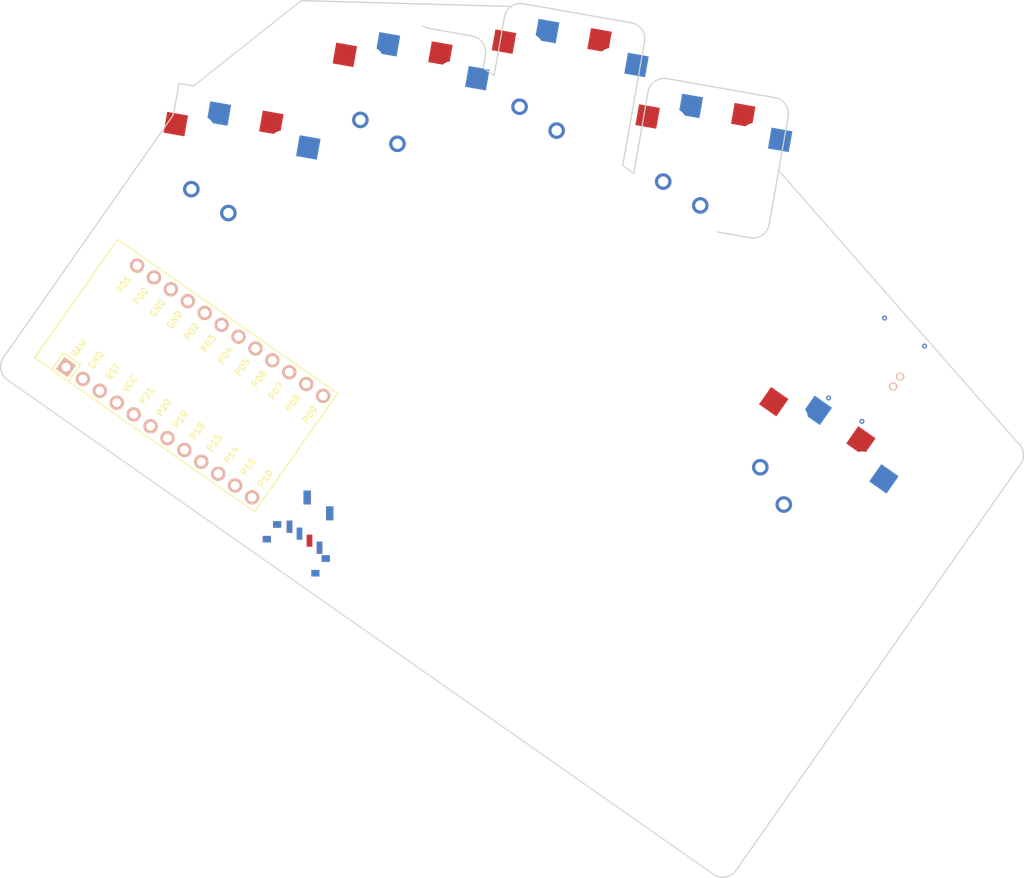
<source format=kicad_pcb>
(kicad_pcb (version 20211014) (generator pcbnew)
  (title_block (title "digits") (rev "v1.0.0") (company "Unknown"))
  (layers (0 "F.Cu" signal) (31 "B.Cu" signal) (34 "B.Paste" user) (35 "F.Paste" user) (36 "B.SilkS" user "B.Silkscreen") (37 "F.SilkS" user "F.Silkscreen") (38 "B.Mask" user) (39 "F.Mask" user) (44 "Edge.Cuts" user))
  (net 0 "")
  (net 1 "P0")
  (net 2 "GND")
  (net 3 "P1")
  (net 4 "P2")
  (net 5 "P3")
  (net 6 "P4")
  (net 7 "RAW")
  (net 8 "RST")
  (net 9 "VCC")
  (net 10 "P21")
  (net 11 "P20")
  (net 12 "P19")
  (net 13 "P18")
  (net 14 "P15")
  (net 15 "P14")
  (net 16 "P16")
  (net 17 "P10")
  (net 18 "P5")
  (net 19 "P6")
  (net 20 "P7")
  (net 21 "P8")
  (net 22 "P9")
  (net 23 "pos")
  (footprint "lib:bat" (layer "F.Cu") (at 269.24 106.68 -35)
    (fp_text reference "" (at 0 0 -35) (layer "F.SilkS") (effects (font (size 1.27 1.27))))
    (fp_text value "" (at 0 0 -35) (layer "F.SilkS") (effects (font (size 1.27 1.27))))
    (pad "1" thru_hole circle locked (at 0 -0.75) (size 1 1) (drill 0.7) (layers *.Cu *.SilkS *.Mask) (net 23 "pos"))
    (pad "2" thru_hole circle locked (at 0 0.75) (size 1 1) (drill 0.7) (layers *.Cu *.SilkS *.Mask) (net 2 "GND"))
  )
  (footprint "Button_Switch_SMD:SW_SPST_B3U-1000P" (layer "F.Cu") (at 198.12 121.92 -35)
    (fp_text reference "" (at 0 0 -35) (layer "F.SilkS") (effects (font (size 1.27 1.27))))
    (fp_text value "" (at 0 0 -35) (layer "F.SilkS") (effects (font (size 1.27 1.27))))
    (pad "1" smd rect locked (at -1.7 0) (size 0.9 1.7) (layers "B.Cu" "B.Paste" "B.Mask") (net 8 "RST"))
    (pad "1" smd rect locked (at 1.7 0) (size 0.9 1.7) (layers "F.Cu" "F.Paste" "F.Mask") (net 8 "RST"))
    (pad "2" smd rect locked (at 1.7 0) (size 0.9 1.7) (layers "B.Cu" "B.Paste" "B.Mask") (net 2 "GND"))
    (pad "2" smd rect locked (at -1.7 0) (size 0.9 1.7) (layers "F.Cu" "F.Paste" "F.Mask") (net 2 "GND"))
  )
  (footprint "VIA-0.6mm" (layer "F.Cu") (at 272.674417 102.320479 -35)
    (fp_text reference "REF**" hide)
    (fp_text value "VIA-0.6mm" hide)
    (pad "1" thru_hole circle locked (at 0 0) (size 0.6 0.6) (drill 0.3) (layers *.Cu) (net 2 "GND"))
  )
  (footprint "ProMicro" (layer "F.Cu") (at 182.88 106.68 -35)
    (fp_text reference "MCU1" hide)
    (fp_text value "" hide)
    (fp_text user "P04" (at 1.27 -4.8 55) (layer "F.SilkS") (effects (font (size 0.8 0.8))))
    (fp_text user "GND" (at -8.89 -4.8 55) (layer "F.SilkS") (effects (font (size 0.8 0.8))))
    (fp_text user "P02" (at -3.81 -4.8 55) (layer "F.SilkS") (effects (font (size 0.8 0.8))))
    (fp_text user "P21" (at -3.81 4.8 55) (layer "F.SilkS") (effects (font (size 0.8 0.8))))
    (fp_text user "P18" (at 3.81 4.8 55) (layer "F.SilkS") (effects (font (size 0.8 0.8))))
    (fp_text user "P10" (at 13.97 4.8 55) (layer "F.SilkS") (effects (font (size 0.8 0.8))))
    (fp_text user "GND" (at -6.35 -4.8 55) (layer "F.SilkS") (effects (font (size 0.8 0.8))))
    (fp_text user "RAW" (at -13.97 4.8 55) (layer "F.SilkS") (effects (font (size 0.8 0.8))))
    (fp_text user "GND" (at -11.43 4.8 55) (layer "F.SilkS") (effects (font (size 0.8 0.8))))
    (fp_text user "P19" (at 1.27 4.8 55) (layer "F.SilkS") (effects (font (size 0.8 0.8))))
    (fp_text user "P20" (at -1.27 4.8 55) (layer "F.SilkS") (effects (font (size 0.8 0.8))))
    (fp_text user "P00" (at -11.43 -4.8 55) (layer "F.SilkS") (effects (font (size 0.8 0.8))))
    (fp_text user "P09" (at 13.97 -4.8 55) (layer "F.SilkS") (effects (font (size 0.8 0.8))))
    (fp_text user "VCC" (at -6.35 4.8 55) (layer "F.SilkS") (effects (font (size 0.8 0.8))))
    (fp_text user "P08" (at 11.43 -4.8 55) (layer "F.SilkS") (effects (font (size 0.8 0.8))))
    (fp_text user "P15" (at 6.35 4.8 55) (layer "F.SilkS") (effects (font (size 0.8 0.8))))
    (fp_text user "P07" (at 8.89 -4.8 55) (layer "F.SilkS") (effects (font (size 0.8 0.8))))
    (fp_text user "P03" (at -1.27 -4.8 55) (layer "F.SilkS") (effects (font (size 0.8 0.8))))
    (fp_text user "P05" (at 3.81 -4.8 55) (layer "F.SilkS") (effects (font (size 0.8 0.8))))
    (fp_text user "P06" (at 6.35 -4.8 55) (layer "F.SilkS") (effects (font (size 0.8 0.8))))
    (fp_text user "P01" (at -13.97 -4.8 55) (layer "F.SilkS") (effects (font (size 0.8 0.8))))
    (fp_text user "P14" (at 8.89 4.8 55) (layer "F.SilkS") (effects (font (size 0.8 0.8))))
    (fp_text user "RST" (at -8.89 4.8 55) (layer "F.SilkS") (effects (font (size 0.8 0.8))))
    (fp_text user "P16" (at 11.43 4.8 55) (layer "F.SilkS") (effects (font (size 0.8 0.8))))
    (fp_line (start -17.78 -8.89) (end -17.78 8.89) (layer "F.SilkS") (width 0.15))
    (fp_line (start 15.24 8.89) (end 15.24 -8.89) (layer "F.SilkS") (width 0.15))
    (fp_line (start -15.24 6.35) (end -12.7 6.35) (layer "F.SilkS") (width 0.15))
    (fp_line (start -17.78 8.89) (end 15.24 8.89) (layer "F.SilkS") (width 0.15))
    (fp_line (start -15.24 6.35) (end -15.24 8.89) (layer "F.SilkS") (width 0.15))
    (fp_line (start 15.24 -8.89) (end -17.78 -8.89) (layer "F.SilkS") (width 0.15))
    (fp_line (start -12.7 6.35) (end -12.7 8.89) (layer "F.SilkS") (width 0.15))
    (pad "1" thru_hole rect locked (at -13.97 7.62 325) (size 1.7526 1.7526) (drill 1.0922) (layers *.Cu *.SilkS *.Mask) (net 7 "RAW"))
    (pad "2" thru_hole circle locked (at -11.43 7.62 335) (size 1.7526 1.7526) (drill 1.0922) (layers *.Cu *.SilkS *.Mask) (net 2 "GND"))
    (pad "3" thru_hole circle locked (at -8.89 7.62 335) (size 1.7526 1.7526) (drill 1.0922) (layers *.Cu *.SilkS *.Mask) (net 8 "RST"))
    (pad "4" thru_hole circle locked (at -6.35 7.62 335) (size 1.7526 1.7526) (drill 1.0922) (layers *.Cu *.SilkS *.Mask) (net 9 "VCC"))
    (pad "5" thru_hole circle locked (at -3.81 7.62 335) (size 1.7526 1.7526) (drill 1.0922) (layers *.Cu *.SilkS *.Mask) (net 10 "P21"))
    (pad "6" thru_hole circle locked (at -1.27 7.62 335) (size 1.7526 1.7526) (drill 1.0922) (layers *.Cu *.SilkS *.Mask) (net 11 "P20"))
    (pad "7" thru_hole circle locked (at 1.27 7.62 335) (size 1.7526 1.7526) (drill 1.0922) (layers *.Cu *.SilkS *.Mask) (net 12 "P19"))
    (pad "8" thru_hole circle locked (at 3.81 7.62 335) (size 1.7526 1.7526) (drill 1.0922) (layers *.Cu *.SilkS *.Mask) (net 13 "P18"))
    (pad "9" thru_hole circle locked (at 6.35 7.62 335) (size 1.7526 1.7526) (drill 1.0922) (layers *.Cu *.SilkS *.Mask) (net 14 "P15"))
    (pad "10" thru_hole circle locked (at 8.89 7.62 335) (size 1.7526 1.7526) (drill 1.0922) (layers *.Cu *.SilkS *.Mask) (net 15 "P14"))
    (pad "11" thru_hole circle locked (at 11.43 7.62 335) (size 1.7526 1.7526) (drill 1.0922) (layers *.Cu *.SilkS *.Mask) (net 16 "P16"))
    (pad "12" thru_hole circle locked (at 13.97 7.62 335) (size 1.7526 1.7526) (drill 1.0922) (layers *.Cu *.SilkS *.Mask) (net 17 "P10"))
    (pad "13" thru_hole circle locked (at -13.97 -7.62 335) (size 1.7526 1.7526) (drill 1.0922) (layers *.Cu *.SilkS *.Mask) (net 3 "P1"))
    (pad "14" thru_hole circle locked (at -11.43 -7.62 335) (size 1.7526 1.7526) (drill 1.0922) (layers *.Cu *.SilkS *.Mask) (net 1 "P0"))
    (pad "15" thru_hole circle locked (at -8.89 -7.62 335) (size 1.7526 1.7526) (drill 1.0922) (layers *.Cu *.SilkS *.Mask) (net 2 "GND"))
    (pad "16" thru_hole circle locked (at -6.35 -7.62 335) (size 1.7526 1.7526) (drill 1.0922) (layers *.Cu *.SilkS *.Mask) (net 2 "GND"))
    (pad "17" thru_hole circle locked (at -3.81 -7.62 335) (size 1.7526 1.7526) (drill 1.0922) (layers *.Cu *.SilkS *.Mask) (net 4 "P2"))
    (pad "18" thru_hole circle locked (at -1.27 -7.62 335) (size 1.7526 1.7526) (drill 1.0922) (layers *.Cu *.SilkS *.Mask) (net 5 "P3"))
    (pad "19" thru_hole circle locked (at 1.27 -7.62 335) (size 1.7526 1.7526) (drill 1.0922) (layers *.Cu *.SilkS *.Mask) (net 6 "P4"))
    (pad "20" thru_hole circle locked (at 3.81 -7.62 335) (size 1.7526 1.7526) (drill 1.0922) (layers *.Cu *.SilkS *.Mask) (net 18 "P5"))
    (pad "21" thru_hole circle locked (at 6.35 -7.62 335) (size 1.7526 1.7526) (drill 1.0922) (layers *.Cu *.SilkS *.Mask) (net 19 "P6"))
    (pad "22" thru_hole circle locked (at 8.89 -7.62 335) (size 1.7526 1.7526) (drill 1.0922) (layers *.Cu *.SilkS *.Mask) (net 20 "P7"))
    (pad "23" thru_hole circle locked (at 11.43 -7.62 335) (size 1.7526 1.7526) (drill 1.0922) (layers *.Cu *.SilkS *.Mask) (net 21 "P8"))
    (pad "24" thru_hole circle locked (at 13.97 -7.62 335) (size 1.7526 1.7526) (drill 1.0922) (layers *.Cu *.SilkS *.Mask) (net 22 "P9"))
  )
  (footprint "PG1350" (layer "F.Cu") (at 246.111771 79.215204 170)
    (fp_text reference "S8" hide)
    (fp_text value "" hide)
    (pad "" np_thru_hole circle locked (at 0 0) (size 3.429 3.429) (drill 3.429) (layers *.Cu *.Mask))
    (pad "" np_thru_hole circle locked (at -5.5 0) (size 1.7018 1.7018) (drill 1.7018) (layers *.Cu *.Mask))
    (pad "" np_thru_hole circle locked (at 5.5 0) (size 1.7018 1.7018) (drill 1.7018) (layers *.Cu *.Mask))
    (pad "1" thru_hole circle locked (at 5 -3.8) (size 2.032 2.032) (drill 1.27) (layers *.Cu *.Mask) (net 5 "P3"))
    (pad "2" thru_hole circle locked (at 0 -5.9) (size 2.032 2.032) (drill 1.27) (layers *.Cu *.Mask) (net 2 "GND"))
  )
  (footprint "VIA-0.6mm" (layer "F.Cu") (at 267.759505 98.87902 -35)
    (fp_text reference "REF**" hide)
    (fp_text value "VIA-0.6mm" hide)
    (pad "1" thru_hole circle locked (at 0 0) (size 0.6 0.6) (drill 0.3) (layers *.Cu) (net 8 "RST"))
  )
  (footprint "PG1350" (layer "F.Cu") (at 228.442313 70.007042 -10)
    (fp_text reference "S5" hide)
    (fp_text value "" hide)
    (pad "" np_thru_hole circle locked (at 0 -5.95) (size 3 3) (drill 3) (layers *.Cu *.Mask))
    (pad "" np_thru_hole circle locked (at -5 -3.75) (size 3 3) (drill 3) (layers *.Cu *.Mask))
    (pad "" np_thru_hole circle locked (at 0 -5.95) (size 3 3) (drill 3) (layers *.Cu *.Mask))
    (pad "" np_thru_hole circle locked (at 0 0) (size 3.429 3.429) (drill 3.429) (layers *.Cu *.Mask))
    (pad "" np_thru_hole circle locked (at -5.5 0) (size 1.7018 1.7018) (drill 1.7018) (layers *.Cu *.Mask))
    (pad "" np_thru_hole circle locked (at 5.5 0) (size 1.7018 1.7018) (drill 1.7018) (layers *.Cu *.Mask))
    (pad "" np_thru_hole circle locked (at 5 -3.75) (size 3 3) (drill 3) (layers *.Cu *.Mask))
    (pad "1" smd rect locked (at 3.275 -5.95 350) (size 2.6 2.6) (layers "F.Cu" "F.Paste" "F.Mask") (net 4 "P2"))
    (pad "1" smd rect locked (at -3.275 -5.95 350) (size 2.6 2.6) (layers "B.Cu" "B.Paste" "B.Mask") (net 4 "P2"))
    (pad "2" smd rect locked (at 8.275 -3.75 350) (size 2.6 2.6) (layers "B.Cu" "B.Paste" "B.Mask") (net 2 "GND"))
    (pad "2" smd rect locked (at -8.275 -3.75 350) (size 2.6 2.6) (layers "F.Cu" "F.Paste" "F.Mask") (net 2 "GND"))
  )
  (footprint "PG1350" (layer "F.Cu") (at 188.067599 80.150143 170)
    (fp_text reference "S2" hide)
    (fp_text value "" hide)
    (pad "" np_thru_hole circle locked (at -5.5 0) (size 1.7018 1.7018) (drill 1.7018) (layers *.Cu *.Mask))
    (pad "" np_thru_hole circle locked (at 0 0) (size 3.429 3.429) (drill 3.429) (layers *.Cu *.Mask))
    (pad "" np_thru_hole circle locked (at 5.5 0) (size 1.7018 1.7018) (drill 1.7018) (layers *.Cu *.Mask))
    (pad "1" thru_hole circle locked (at 5 -3.8) (size 2.032 2.032) (drill 1.27) (layers *.Cu *.Mask) (net 1 "P0"))
    (pad "2" thru_hole circle locked (at 0 -5.9) (size 2.032 2.032) (drill 1.27) (layers *.Cu *.Mask) (net 2 "GND"))
  )
  (footprint "PG1350" (layer "F.Cu") (at 258.745432 116.982791 145)
    (fp_text reference "S10" hide)
    (fp_text value "" hide)
    (pad "" np_thru_hole circle locked (at -5.5 0) (size 1.7018 1.7018) (drill 1.7018) (layers *.Cu *.Mask))
    (pad "" np_thru_hole circle locked (at 5.5 0) (size 1.7018 1.7018) (drill 1.7018) (layers *.Cu *.Mask))
    (pad "" np_thru_hole circle locked (at 0 0) (size 3.429 3.429) (drill 3.429) (layers *.Cu *.Mask))
    (pad "1" thru_hole circle locked (at 5 -3.8) (size 2.032 2.032) (drill 1.27) (layers *.Cu *.Mask) (net 6 "P4"))
    (pad "2" thru_hole circle locked (at 0 -5.9) (size 2.032 2.032) (drill 1.27) (layers *.Cu *.Mask) (net 2 "GND"))
  )
  (footprint "Button_Switch_SMD:SW_SPDT_PCM12" (layer "F.Cu") (at 195.58 127 -35)
    (fp_text reference "" (at 0 0 -35) (layer "F.SilkS") (effects (font (size 1.27 1.27))))
    (fp_text value "" (at 0 0 -35) (layer "F.SilkS") (effects (font (size 1.27 1.27))))
    (pad "" np_thru_hole circle locked (at 1.5 0.33) (size 0.9 0.9) (drill 0.9) (layers *.Cu *.Mask))
    (pad "" smd rect locked (at -3.65 1.43) (size 1 0.8) (layers "B.Cu" "B.Paste" "B.Mask"))
    (pad "" smd rect locked (at 3.65 1.43) (size 1 0.8) (layers "B.Cu" "B.Paste" "B.Mask"))
    (pad "" smd rect locked (at -3.65 -0.78) (size 1 0.8) (layers "B.Cu" "B.Paste" "B.Mask"))
    (pad "" np_thru_hole circle locked (at -1.5 0.33) (size 0.9 0.9) (drill 0.9) (layers *.Cu *.Mask))
    (pad "" smd rect locked (at 3.65 -0.78) (size 1 0.8) (layers "B.Cu" "B.Paste" "B.Mask"))
    (pad "" smd rect locked (at -3.65 -0.78) (size 1 0.8) (layers "F.Cu" "F.Paste" "F.Mask"))
    (pad "" smd rect locked (at 3.65 1.43) (size 1 0.8) (layers "F.Cu" "F.Paste" "F.Mask"))
    (pad "" smd rect locked (at 3.65 -0.78) (size 1 0.8) (layers "F.Cu" "F.Paste" "F.Mask"))
    (pad "" smd rect locked (at -3.65 1.43) (size 1 0.8) (layers "F.Cu" "F.Paste" "F.Mask"))
    (pad "" np_thru_hole circle locked (at 1.5 0.33) (size 0.9 0.9) (drill 0.9) (layers *.Cu *.Mask))
    (pad "" np_thru_hole circle locked (at -1.5 0.33) (size 0.9 0.9) (drill 0.9) (layers *.Cu *.Mask))
    (pad "1" smd rect locked (at -2.25 -1.43) (size 0.7 1.5) (layers "F.Cu" "F.Paste" "F.Mask") (net 23 "pos"))
    (pad "1" smd rect locked (at 2.25 -1.43) (size 0.7 1.5) (layers "B.Cu" "B.Paste" "B.Mask") (net 23 "pos"))
    (pad "2" smd rect locked (at -0.75 -1.43) (size 0.7 1.5) (layers "B.Cu" "B.Paste" "B.Mask") (net 7 "RAW"))
    (pad "2" smd rect locked (at 0.75 -1.43) (size 0.7 1.5) (layers "F.Cu" "F.Paste" "F.Mask") (net 7 "RAW"))
    (pad "3" smd rect locked (at -2.25 -1.43) (size 0.7 1.5) (layers "B.Cu" "B.Paste" "B.Mask"))
    (pad "3" smd rect locked (at 2.25 -1.43) (size 0.7 1.5) (layers "F.Cu" "F.Paste" "F.Mask"))
  )
  (footprint "VIA-0.6mm" (layer "F.Cu") (at 264.972348 111.576727 -35)
    (fp_text reference "REF**" hide)
    (fp_text value "VIA-0.6mm" hide)
    (pad "1" thru_hole circle locked (at 0 0) (size 0.6 0.6) (drill 0.3) (layers *.Cu) (net 7 "RAW"))
  )
  (footprint "VIA-0.6mm" (layer "F.Cu") (at 260.876587 108.708845 -35)
    (fp_text reference "REF**" hide)
    (fp_text value "VIA-0.6mm" hide)
    (pad "1" thru_hole circle locked (at 0 0) (size 0.6 0.6) (drill 0.3) (layers *.Cu) (net 23 "pos"))
  )
  (footprint "PG1350" (layer "F.Cu") (at 258.745432 116.982791 -35)
    (fp_text reference "S9" hide)
    (fp_text value "" hide)
    (pad "" np_thru_hole circle locked (at 0 -5.95) (size 3 3) (drill 3) (layers *.Cu *.Mask))
    (pad "" np_thru_hole circle locked (at -5.5 0) (size 1.7018 1.7018) (drill 1.7018) (layers *.Cu *.Mask))
    (pad "" np_thru_hole circle locked (at 0 0) (size 3.429 3.429) (drill 3.429) (layers *.Cu *.Mask))
    (pad "" np_thru_hole circle locked (at -5 -3.75) (size 3 3) (drill 3) (layers *.Cu *.Mask))
    (pad "" np_thru_hole circle locked (at 5.5 0) (size 1.7018 1.7018) (drill 1.7018) (layers *.Cu *.Mask))
    (pad "" np_thru_hole circle locked (at 0 -5.95) (size 3 3) (drill 3) (layers *.Cu *.Mask))
    (pad "" np_thru_hole circle locked (at 5 -3.75) (size 3 3) (drill 3) (layers *.Cu *.Mask))
    (pad "1" smd rect locked (at -3.275 -5.95 325) (size 2.6 2.6) (layers "B.Cu" "B.Paste" "B.Mask") (net 6 "P4"))
    (pad "1" smd rect locked (at 3.275 -5.95 325) (size 2.6 2.6) (layers "F.Cu" "F.Paste" "F.Mask") (net 6 "P4"))
    (pad "2" smd rect locked (at 8.275 -3.75 325) (size 2.6 2.6) (layers "B.Cu" "B.Paste" "B.Mask") (net 2 "GND"))
    (pad "2" smd rect locked (at -8.275 -3.75 325) (size 2.6 2.6) (layers "F.Cu" "F.Paste" "F.Mask") (net 2 "GND"))
  )
  (footprint "PG1350" (layer "F.Cu") (at 188.067599 80.150143 -10)
    (fp_text reference "S1" hide)
    (fp_text value "" hide)
    (pad "" np_thru_hole circle locked (at 0 -5.95) (size 3 3) (drill 3) (layers *.Cu *.Mask))
    (pad "" np_thru_hole circle locked (at 5.5 0) (size 1.7018 1.7018) (drill 1.7018) (layers *.Cu *.Mask))
    (pad "" np_thru_hole circle locked (at -5.5 0) (size 1.7018 1.7018) (drill 1.7018) (layers *.Cu *.Mask))
    (pad "" np_thru_hole circle locked (at 0 0) (size 3.429 3.429) (drill 3.429) (layers *.Cu *.Mask))
    (pad "" np_thru_hole circle locked (at -5 -3.75) (size 3 3) (drill 3) (layers *.Cu *.Mask))
    (pad "" np_thru_hole circle locked (at 0 -5.95) (size 3 3) (drill 3) (layers *.Cu *.Mask))
    (pad "" np_thru_hole circle locked (at 5 -3.75) (size 3 3) (drill 3) (layers *.Cu *.Mask))
    (pad "1" smd rect locked (at 3.275 -5.95 350) (size 2.6 2.6) (layers "F.Cu" "F.Paste" "F.Mask") (net 1 "P0"))
    (pad "1" smd rect locked (at -3.275 -5.95 350) (size 2.6 2.6) (layers "B.Cu" "B.Paste" "B.Mask") (net 1 "P0"))
    (pad "2" smd rect locked (at -8.275 -3.75 350) (size 2.6 2.6) (layers "F.Cu" "F.Paste" "F.Mask") (net 2 "GND"))
    (pad "2" smd rect locked (at 8.275 -3.75 350) (size 2.6 2.6) (layers "B.Cu" "B.Paste" "B.Mask") (net 2 "GND"))
  )
  (footprint "PG1350" (layer "F.Cu") (at 246.111771 79.215204 -10)
    (fp_text reference "S7" hide)
    (fp_text value "" hide)
    (pad "" np_thru_hole circle locked (at 5.5 0) (size 1.7018 1.7018) (drill 1.7018) (layers *.Cu *.Mask))
    (pad "" np_thru_hole circle locked (at 0 -5.95) (size 3 3) (drill 3) (layers *.Cu *.Mask))
    (pad "" np_thru_hole circle locked (at 0 0) (size 3.429 3.429) (drill 3.429) (layers *.Cu *.Mask))
    (pad "" np_thru_hole circle locked (at 0 -5.95) (size 3 3) (drill 3) (layers *.Cu *.Mask))
    (pad "" np_thru_hole circle locked (at -5.5 0) (size 1.7018 1.7018) (drill 1.7018) (layers *.Cu *.Mask))
    (pad "" np_thru_hole circle locked (at 5 -3.75) (size 3 3) (drill 3) (layers *.Cu *.Mask))
    (pad "" np_thru_hole circle locked (at -5 -3.75) (size 3 3) (drill 3) (layers *.Cu *.Mask))
    (pad "1" smd rect locked (at 3.275 -5.95 350) (size 2.6 2.6) (layers "F.Cu" "F.Paste" "F.Mask") (net 5 "P3"))
    (pad "1" smd rect locked (at -3.275 -5.95 350) (size 2.6 2.6) (layers "B.Cu" "B.Paste" "B.Mask") (net 5 "P3"))
    (pad "2" smd rect locked (at 8.275 -3.75 350) (size 2.6 2.6) (layers "B.Cu" "B.Paste" "B.Mask") (net 2 "GND"))
    (pad "2" smd rect locked (at -8.275 -3.75 350) (size 2.6 2.6) (layers "F.Cu" "F.Paste" "F.Mask") (net 2 "GND"))
  )
  (footprint "PG1350" (layer "F.Cu") (at 208.862725 71.631765 170)
    (fp_text reference "S4" hide)
    (fp_text value "" hide)
    (pad "" np_thru_hole circle locked (at 5.5 0) (size 1.7018 1.7018) (drill 1.7018) (layers *.Cu *.Mask))
    (pad "" np_thru_hole circle locked (at -5.5 0) (size 1.7018 1.7018) (drill 1.7018) (layers *.Cu *.Mask))
    (pad "" np_thru_hole circle locked (at 0 0) (size 3.429 3.429) (drill 3.429) (layers *.Cu *.Mask))
    (pad "1" thru_hole circle locked (at 5 -3.8) (size 2.032 2.032) (drill 1.27) (layers *.Cu *.Mask) (net 3 "P1"))
    (pad "2" thru_hole circle locked (at 0 -5.9) (size 2.032 2.032) (drill 1.27) (layers *.Cu *.Mask) (net 2 "GND"))
  )
  (footprint "PG1350" (layer "F.Cu") (at 208.862725 71.631765 -10)
    (fp_text reference "S3" hide)
    (fp_text value "" hide)
    (pad "" np_thru_hole circle locked (at 5 -3.75) (size 3 3) (drill 3) (layers *.Cu *.Mask))
    (pad "" np_thru_hole circle locked (at 5.5 0) (size 1.7018 1.7018) (drill 1.7018) (layers *.Cu *.Mask))
    (pad "" np_thru_hole circle locked (at 0 -5.95) (size 3 3) (drill 3) (layers *.Cu *.Mask))
    (pad "" np_thru_hole circle locked (at -5 -3.75) (size 3 3) (drill 3) (layers *.Cu *.Mask))
    (pad "" np_thru_hole circle locked (at 0 0) (size 3.429 3.429) (drill 3.429) (layers *.Cu *.Mask))
    (pad "" np_thru_hole circle locked (at -5.5 0) (size 1.7018 1.7018) (drill 1.7018) (layers *.Cu *.Mask))
    (pad "" np_thru_hole circle locked (at 0 -5.95) (size 3 3) (drill 3) (layers *.Cu *.Mask))
    (pad "1" smd rect locked (at 3.275 -5.95 350) (size 2.6 2.6) (layers "F.Cu" "F.Paste" "F.Mask") (net 3 "P1"))
    (pad "1" smd rect locked (at -3.275 -5.95 350) (size 2.6 2.6) (layers "B.Cu" "B.Paste" "B.Mask") (net 3 "P1"))
    (pad "2" smd rect locked (at -8.275 -3.75 350) (size 2.6 2.6) (layers "F.Cu" "F.Paste" "F.Mask") (net 2 "GND"))
    (pad "2" smd rect locked (at 8.275 -3.75 350) (size 2.6 2.6) (layers "B.Cu" "B.Paste" "B.Mask") (net 2 "GND"))
  )
  (footprint "PG1350" (layer "F.Cu") (at 228.442313 70.007042 170)
    (fp_text reference "S6" hide)
    (fp_text value "" hide)
    (pad "" np_thru_hole circle locked (at -5.5 0) (size 1.7018 1.7018) (drill 1.7018) (layers *.Cu *.Mask))
    (pad "" np_thru_hole circle locked (at 0 0) (size 3.429 3.429) (drill 3.429) (layers *.Cu *.Mask))
    (pad "" np_thru_hole circle locked (at 5.5 0) (size 1.7018 1.7018) (drill 1.7018) (layers *.Cu *.Mask))
    (pad "1" thru_hole circle locked (at 5 -3.8) (size 2.032 2.032) (drill 1.27) (layers *.Cu *.Mask) (net 4 "P2"))
    (pad "2" thru_hole circle locked (at 0 -5.9) (size 2.032 2.032) (drill 1.27) (layers *.Cu *.Mask) (net 2 "GND"))
  )
  (gr_line (start 219.724941 69.056471) (end 218.36919 68.107163) (layer "Edge.Cuts") (width 0.15))
  (gr_line (start 236.609187 62.562099) (end 223.314282 60.217849) (layer "Edge.Cuts") (width 0.15))
  (gr_arc (start 283.988849 114.054543) (mid 284.811312 115.345551) (end 284.48 116.84) (layer "Edge.Cuts") (width 0.15))
  (gr_line (start 182.761733 70.329593) (end 180.969953 70.013654) (layer "Edge.Cuts") (width 0.15))
  (gr_line (start 247.194955 88.291181) (end 251.239802 89.004397) (layer "Edge.Cuts") (width 0.15))
  (gr_line (start 249.491838 166.808275) (end 284.48 116.84) (layer "Edge.Cuts") (width 0.15))
  (gr_line (start 180.969953 70.013654) (end 180.369413 73.419486) (layer "Edge.Cuts") (width 0.15))
  (gr_line (start 217.029598 64.186823) (end 211.773449 63.260022) (layer "Edge.Cuts") (width 0.15))
  (gr_line (start 283.988849 114.054543) (end 254.728839 80.734625) (layer "Edge.Cuts") (width 0.15))
  (gr_line (start 196.011579 59.830143) (end 182.761733 70.329593) (layer "Edge.Cuts") (width 0.15))
  (gr_arc (start 238.666829 71.04833) (mid 239.489291 69.757323) (end 240.98374 69.426011) (layer "Edge.Cuts") (width 0.15))
  (gr_line (start 235.542041 80.131723) (end 238.231506 64.879011) (layer "Edge.Cuts") (width 0.15))
  (gr_arc (start 236.609186 62.562099) (mid 237.900194 63.384562) (end 238.231506 64.879011) (layer "Edge.Cuts") (width 0.15))
  (gr_line (start 221.819833 60.54916) (end 196.011579 59.830143) (layer "Edge.Cuts") (width 0.15))
  (gr_line (start 254.278645 71.770261) (end 240.98374 69.426011) (layer "Edge.Cuts") (width 0.15))
  (gr_arc (start 217.029599 64.186822) (mid 218.320607 65.009285) (end 218.651918 66.503735) (layer "Edge.Cuts") (width 0.15))
  (gr_line (start 218.36919 68.107163) (end 218.651918 66.503735) (layer "Edge.Cuts") (width 0.15))
  (gr_line (start 220.99737 61.840168) (end 219.724941 69.056471) (layer "Edge.Cuts") (width 0.15))
  (gr_arc (start 249.491837 166.808274) (mid 248.20083 167.630737) (end 246.706381 167.299426) (layer "Edge.Cuts") (width 0.15))
  (gr_arc (start 159.876264 106.500324) (mid 159.053801 105.209316) (end 159.385113 103.714867) (layer "Edge.Cuts") (width 0.15))
  (gr_arc (start 253.556714 87.382077) (mid 252.734251 88.673085) (end 251.239802 89.004397) (layer "Edge.Cuts") (width 0.15))
  (gr_line (start 238.666828 71.04833) (end 236.897792 81.081031) (layer "Edge.Cuts") (width 0.15))
  (gr_line (start 253.556714 87.382078) (end 255.900964 74.087173) (layer "Edge.Cuts") (width 0.15))
  (gr_arc (start 254.278644 71.770261) (mid 255.569652 72.592724) (end 255.900964 74.087173) (layer "Edge.Cuts") (width 0.15))
  (gr_arc (start 211.773448 63.260021) (mid 211.355378 63.138165) (end 210.973592 62.92871) (layer "Edge.Cuts") (width 0.15))
  (gr_line (start 236.897792 81.081031) (end 235.542041 80.131723) (layer "Edge.Cuts") (width 0.15))
  (gr_arc (start 220.99737 61.840167) (mid 221.819833 60.54916) (end 223.314282 60.217849) (layer "Edge.Cuts") (width 0.15))
  (gr_line (start 180.038101 74.219343) (end 159.385113 103.714867) (layer "Edge.Cuts") (width 0.15))
  (gr_line (start 159.876264 106.500324) (end 246.706381 167.299426) (layer "Edge.Cuts") (width 0.15))
  (gr_arc (start 180.369412 73.419487) (mid 180.247556 73.837557) (end 180.038101 74.219343) (layer "Edge.Cuts") (width 0.15))
)
</source>
